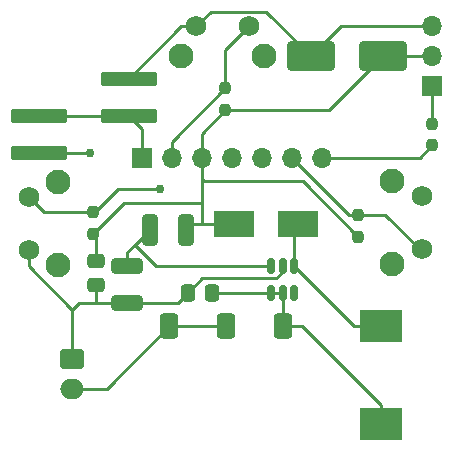
<source format=gbr>
%TF.GenerationSoftware,KiCad,Pcbnew,(6.0.0)*%
%TF.CreationDate,2022-01-15T14:34:17+01:00*%
%TF.ProjectId,bike_pixel_m,62696b65-5f70-4697-9865-6c5f6d2e6b69,v0.5*%
%TF.SameCoordinates,Original*%
%TF.FileFunction,Copper,L1,Top*%
%TF.FilePolarity,Positive*%
%FSLAX46Y46*%
G04 Gerber Fmt 4.6, Leading zero omitted, Abs format (unit mm)*
G04 Created by KiCad (PCBNEW (6.0.0)) date 2022-01-15 14:34:17*
%MOMM*%
%LPD*%
G01*
G04 APERTURE LIST*
G04 Aperture macros list*
%AMRoundRect*
0 Rectangle with rounded corners*
0 $1 Rounding radius*
0 $2 $3 $4 $5 $6 $7 $8 $9 X,Y pos of 4 corners*
0 Add a 4 corners polygon primitive as box body*
4,1,4,$2,$3,$4,$5,$6,$7,$8,$9,$2,$3,0*
0 Add four circle primitives for the rounded corners*
1,1,$1+$1,$2,$3*
1,1,$1+$1,$4,$5*
1,1,$1+$1,$6,$7*
1,1,$1+$1,$8,$9*
0 Add four rect primitives between the rounded corners*
20,1,$1+$1,$2,$3,$4,$5,0*
20,1,$1+$1,$4,$5,$6,$7,0*
20,1,$1+$1,$6,$7,$8,$9,0*
20,1,$1+$1,$8,$9,$2,$3,0*%
G04 Aperture macros list end*
%TA.AperFunction,SMDPad,CuDef*%
%ADD10RoundRect,0.250000X-1.750000X-1.000000X1.750000X-1.000000X1.750000X1.000000X-1.750000X1.000000X0*%
%TD*%
%TA.AperFunction,SMDPad,CuDef*%
%ADD11RoundRect,0.237500X0.237500X-0.250000X0.237500X0.250000X-0.237500X0.250000X-0.237500X-0.250000X0*%
%TD*%
%TA.AperFunction,SMDPad,CuDef*%
%ADD12RoundRect,0.250000X0.337500X0.475000X-0.337500X0.475000X-0.337500X-0.475000X0.337500X-0.475000X0*%
%TD*%
%TA.AperFunction,ComponentPad*%
%ADD13R,1.700000X1.700000*%
%TD*%
%TA.AperFunction,ComponentPad*%
%ADD14O,1.700000X1.700000*%
%TD*%
%TA.AperFunction,SMDPad,CuDef*%
%ADD15R,3.500000X2.300000*%
%TD*%
%TA.AperFunction,SMDPad,CuDef*%
%ADD16RoundRect,0.250000X-1.075000X0.400000X-1.075000X-0.400000X1.075000X-0.400000X1.075000X0.400000X0*%
%TD*%
%TA.AperFunction,SMDPad,CuDef*%
%ADD17RoundRect,0.150000X-0.150000X0.512500X-0.150000X-0.512500X0.150000X-0.512500X0.150000X0.512500X0*%
%TD*%
%TA.AperFunction,SMDPad,CuDef*%
%ADD18R,3.600000X2.700000*%
%TD*%
%TA.AperFunction,ComponentPad*%
%ADD19C,2.100000*%
%TD*%
%TA.AperFunction,ComponentPad*%
%ADD20C,1.750000*%
%TD*%
%TA.AperFunction,SMDPad,CuDef*%
%ADD21RoundRect,0.250000X-0.475000X0.337500X-0.475000X-0.337500X0.475000X-0.337500X0.475000X0.337500X0*%
%TD*%
%TA.AperFunction,ComponentPad*%
%ADD22RoundRect,0.400000X-0.400000X-0.700000X0.400000X-0.700000X0.400000X0.700000X-0.400000X0.700000X0*%
%TD*%
%TA.AperFunction,SMDPad,CuDef*%
%ADD23RoundRect,0.250000X2.125000X-0.362500X2.125000X0.362500X-2.125000X0.362500X-2.125000X-0.362500X0*%
%TD*%
%TA.AperFunction,ComponentPad*%
%ADD24RoundRect,0.250000X-0.750000X0.600000X-0.750000X-0.600000X0.750000X-0.600000X0.750000X0.600000X0*%
%TD*%
%TA.AperFunction,ComponentPad*%
%ADD25O,2.000000X1.700000*%
%TD*%
%TA.AperFunction,SMDPad,CuDef*%
%ADD26RoundRect,0.250000X0.400000X1.075000X-0.400000X1.075000X-0.400000X-1.075000X0.400000X-1.075000X0*%
%TD*%
%TA.AperFunction,SMDPad,CuDef*%
%ADD27RoundRect,0.250000X-2.125000X0.362500X-2.125000X-0.362500X2.125000X-0.362500X2.125000X0.362500X0*%
%TD*%
%TA.AperFunction,ViaPad*%
%ADD28C,0.762000*%
%TD*%
%TA.AperFunction,Conductor*%
%ADD29C,0.254000*%
%TD*%
G04 APERTURE END LIST*
D10*
%TO.P,C3,1*%
%TO.N,GND*%
X146717500Y-85350000D03*
%TO.P,C3,2*%
%TO.N,+5V*%
X152817500Y-85350000D03*
%TD*%
D11*
%TO.P,R6,1*%
%TO.N,+5V*%
X128250000Y-100412500D03*
%TO.P,R6,2*%
%TO.N,Net-(J2-Pad4)*%
X128250000Y-98587500D03*
%TD*%
%TO.P,R8,1*%
%TO.N,Net-(J2-Pad7)*%
X157000000Y-92912500D03*
%TO.P,R8,2*%
%TO.N,Net-(J3-Pad1)*%
X157000000Y-91087500D03*
%TD*%
D12*
%TO.P,C1,1*%
%TO.N,Net-(C1-Pad1)*%
X138375300Y-105410000D03*
%TO.P,C1,2*%
%TO.N,GND*%
X136300300Y-105410000D03*
%TD*%
D13*
%TO.P,J3,1,Pin_1*%
%TO.N,Net-(J3-Pad1)*%
X156975000Y-87900000D03*
D14*
%TO.P,J3,2,Pin_2*%
%TO.N,+5V*%
X156975000Y-85360000D03*
%TO.P,J3,3,Pin_3*%
%TO.N,GND*%
X156975000Y-82820000D03*
%TD*%
D15*
%TO.P,D1,1,K*%
%TO.N,+5V*%
X140208000Y-99568000D03*
%TO.P,D1,2,A*%
%TO.N,Net-(D1-Pad2)*%
X145608000Y-99568000D03*
%TD*%
D16*
%TO.P,R2,1*%
%TO.N,Net-(R1-Pad2)*%
X131200000Y-103150000D03*
%TO.P,R2,2*%
%TO.N,GND*%
X131200000Y-106250000D03*
%TD*%
D17*
%TO.P,U1,1,SW*%
%TO.N,Net-(D1-Pad2)*%
X145298200Y-103154900D03*
%TO.P,U1,2,GND*%
%TO.N,GND*%
X144348200Y-103154900D03*
%TO.P,U1,3,FB*%
%TO.N,Net-(R1-Pad2)*%
X143398200Y-103154900D03*
%TO.P,U1,4,EN*%
%TO.N,Net-(C1-Pad1)*%
X143398200Y-105429900D03*
%TO.P,U1,5,IN*%
X144348200Y-105429900D03*
%TO.P,U1,6,NC*%
%TO.N,unconnected-(U1-Pad6)*%
X145298200Y-105429900D03*
%TD*%
D18*
%TO.P,L1,1,1*%
%TO.N,Net-(C1-Pad1)*%
X152654000Y-116545000D03*
%TO.P,L1,2,2*%
%TO.N,Net-(D1-Pad2)*%
X152654000Y-108245000D03*
%TD*%
D19*
%TO.P,SW2,*%
%TO.N,*%
X135750000Y-85352500D03*
X142760000Y-85352500D03*
D20*
%TO.P,SW2,1,1*%
%TO.N,GND*%
X137000000Y-82862500D03*
%TO.P,SW2,2,2*%
%TO.N,Net-(J2-Pad2)*%
X141500000Y-82862500D03*
%TD*%
D21*
%TO.P,C2,1*%
%TO.N,+5V*%
X128500000Y-102712500D03*
%TO.P,C2,2*%
%TO.N,GND*%
X128500000Y-104787500D03*
%TD*%
D22*
%TO.P,SW1,1,A*%
%TO.N,Net-(J1-Pad2)*%
X134750000Y-108220000D03*
%TO.P,SW1,2,B*%
X139550000Y-108220000D03*
%TO.P,SW1,3,C*%
%TO.N,Net-(C1-Pad1)*%
X144350000Y-108220000D03*
%TD*%
D19*
%TO.P,SW3,*%
%TO.N,*%
X125340000Y-96015000D03*
X125340000Y-103025000D03*
D20*
%TO.P,SW3,1,1*%
%TO.N,GND*%
X122850000Y-101775000D03*
%TO.P,SW3,2,2*%
%TO.N,Net-(J2-Pad4)*%
X122850000Y-97275000D03*
%TD*%
D23*
%TO.P,R3,1*%
%TO.N,Net-(C1-Pad1)*%
X123700000Y-93562500D03*
%TO.P,R3,2*%
%TO.N,Net-(J2-Pad1)*%
X123700000Y-90437500D03*
%TD*%
D24*
%TO.P,J1,1,Pin_1*%
%TO.N,GND*%
X126525000Y-111018000D03*
D25*
%TO.P,J1,2,Pin_2*%
%TO.N,Net-(J1-Pad2)*%
X126525000Y-113518000D03*
%TD*%
D11*
%TO.P,R7,1*%
%TO.N,+5V*%
X150750000Y-100662500D03*
%TO.P,R7,2*%
%TO.N,Net-(J2-Pad6)*%
X150750000Y-98837500D03*
%TD*%
D13*
%TO.P,J2,1,Pin_1*%
%TO.N,Net-(J2-Pad1)*%
X132400000Y-93975000D03*
D14*
%TO.P,J2,2,Pin_2*%
%TO.N,Net-(J2-Pad2)*%
X134940000Y-93975000D03*
%TO.P,J2,3,Pin_3*%
%TO.N,+5V*%
X137480000Y-93975000D03*
%TO.P,J2,4,Pin_4*%
%TO.N,Net-(J2-Pad4)*%
X140020000Y-93975000D03*
%TO.P,J2,5,Pin_5*%
%TO.N,GND*%
X142560000Y-93975000D03*
%TO.P,J2,6,Pin_6*%
%TO.N,Net-(J2-Pad6)*%
X145100000Y-93975000D03*
%TO.P,J2,7,Pin_7*%
%TO.N,Net-(J2-Pad7)*%
X147640000Y-93975000D03*
%TD*%
D26*
%TO.P,R1,1*%
%TO.N,+5V*%
X136196000Y-100076000D03*
%TO.P,R1,2*%
%TO.N,Net-(R1-Pad2)*%
X133096000Y-100076000D03*
%TD*%
D11*
%TO.P,R5,1*%
%TO.N,+5V*%
X139500000Y-89912500D03*
%TO.P,R5,2*%
%TO.N,Net-(J2-Pad2)*%
X139500000Y-88087500D03*
%TD*%
D27*
%TO.P,R4,1*%
%TO.N,GND*%
X131350000Y-87350000D03*
%TO.P,R4,2*%
%TO.N,Net-(J2-Pad1)*%
X131350000Y-90475000D03*
%TD*%
D19*
%TO.P,SW4,*%
%TO.N,*%
X153610000Y-102985000D03*
X153610000Y-95975000D03*
D20*
%TO.P,SW4,1,1*%
%TO.N,GND*%
X156100000Y-97225000D03*
%TO.P,SW4,2,2*%
%TO.N,Net-(J2-Pad6)*%
X156100000Y-101725000D03*
%TD*%
D28*
%TO.N,Net-(C1-Pad1)*%
X128000000Y-93550000D03*
%TO.N,Net-(J2-Pad4)*%
X134000000Y-96650000D03*
%TD*%
D29*
%TO.N,Net-(C1-Pad1)*%
X138395200Y-105429900D02*
X138375300Y-105410000D01*
X144350000Y-105431700D02*
X144348200Y-105429900D01*
X128000000Y-93550000D02*
X123712500Y-93550000D01*
X152654000Y-116545000D02*
X152654000Y-114904000D01*
X123712500Y-93550000D02*
X123700000Y-93562500D01*
X144350000Y-108220000D02*
X144350000Y-105431700D01*
X143398200Y-105429900D02*
X138395200Y-105429900D01*
X152654000Y-114904000D02*
X145970000Y-108220000D01*
X145970000Y-108220000D02*
X144350000Y-108220000D01*
X144348200Y-105429900D02*
X143398200Y-105429900D01*
%TO.N,GND*%
X131350000Y-87275064D02*
X131350000Y-87350000D01*
X142974489Y-81606989D02*
X138255511Y-81606989D01*
X126525000Y-106837436D02*
X122850000Y-103162436D01*
X149247500Y-82820000D02*
X146717500Y-85350000D01*
X135460300Y-106250000D02*
X136300300Y-105410000D01*
X126525000Y-111018000D02*
X126525000Y-106837436D01*
X144348200Y-103154900D02*
X144348200Y-103617668D01*
X128500000Y-106196000D02*
X128500000Y-104537500D01*
X137512380Y-104197920D02*
X136300300Y-105410000D01*
X138255511Y-81606989D02*
X137000000Y-82862500D01*
X127112436Y-106250000D02*
X126525000Y-106837436D01*
X131200000Y-106250000D02*
X127112436Y-106250000D01*
X143767948Y-104197920D02*
X137512380Y-104197920D01*
X156975000Y-82820000D02*
X149320000Y-82820000D01*
X135762564Y-82862500D02*
X131350000Y-87275064D01*
X146717500Y-85350000D02*
X142974489Y-81606989D01*
X137000000Y-82862500D02*
X135762564Y-82862500D01*
X122850000Y-103162436D02*
X122850000Y-101775000D01*
X131200000Y-106250000D02*
X135460300Y-106250000D01*
X144348200Y-103617668D02*
X143767948Y-104197920D01*
%TO.N,+5V*%
X152817500Y-85350000D02*
X148255000Y-89912500D01*
X130882500Y-97780000D02*
X137480000Y-97780000D01*
X128250000Y-100412500D02*
X130882500Y-97780000D01*
X146037500Y-95950000D02*
X137660000Y-95950000D01*
X137480000Y-93975000D02*
X137480000Y-91932500D01*
X137660000Y-95950000D02*
X137480000Y-95770000D01*
X137480000Y-91932500D02*
X139500000Y-89912500D01*
X137480000Y-99520000D02*
X137432000Y-99568000D01*
X137480000Y-93975000D02*
X137480000Y-95920000D01*
X150750000Y-100662500D02*
X146037500Y-95950000D01*
X148255000Y-89912500D02*
X139500000Y-89912500D01*
X137432000Y-99568000D02*
X136704000Y-99568000D01*
X128500000Y-102712500D02*
X128500000Y-100662500D01*
X137480000Y-95770000D02*
X137480000Y-95920000D01*
X128500000Y-100662500D02*
X128250000Y-100412500D01*
X156975000Y-85360000D02*
X152827500Y-85360000D01*
X136704000Y-99568000D02*
X136196000Y-100076000D01*
X140208000Y-99568000D02*
X137432000Y-99568000D01*
X152827500Y-85360000D02*
X152817500Y-85350000D01*
X137480000Y-97780000D02*
X137480000Y-99520000D01*
X137480000Y-96930000D02*
X137480000Y-97780000D01*
X137480000Y-96930000D02*
X137480000Y-95920000D01*
%TO.N,Net-(D1-Pad2)*%
X152654000Y-108245000D02*
X150388300Y-108245000D01*
X145298200Y-103154900D02*
X145298200Y-99877800D01*
X150388300Y-108245000D02*
X145298200Y-103154900D01*
X145298200Y-99877800D02*
X145608000Y-99568000D01*
%TO.N,Net-(J1-Pad2)*%
X126525000Y-113518000D02*
X129452000Y-113518000D01*
X134750000Y-108220000D02*
X139550000Y-108220000D01*
X129452000Y-113518000D02*
X134750000Y-108220000D01*
%TO.N,Net-(J2-Pad1)*%
X132400000Y-91525000D02*
X132400000Y-93975000D01*
X123737500Y-90475000D02*
X123700000Y-90437500D01*
X131350000Y-90475000D02*
X123737500Y-90475000D01*
X131350000Y-90475000D02*
X132400000Y-91525000D01*
%TO.N,Net-(J2-Pad2)*%
X141500000Y-82862500D02*
X139500000Y-84862500D01*
X134940000Y-92647500D02*
X134940000Y-93975000D01*
X139500000Y-84862500D02*
X139500000Y-88087500D01*
X139500000Y-88087500D02*
X134940000Y-92647500D01*
%TO.N,Net-(J2-Pad4)*%
X128250000Y-98587500D02*
X124162500Y-98587500D01*
X128250000Y-98587500D02*
X128450000Y-98587500D01*
X124162500Y-98587500D02*
X122850000Y-97275000D01*
X130387500Y-96650000D02*
X134000000Y-96650000D01*
X128450000Y-98587500D02*
X130387500Y-96650000D01*
%TO.N,Net-(J2-Pad6)*%
X149962500Y-98837500D02*
X145100000Y-93975000D01*
X150750000Y-98837500D02*
X149962500Y-98837500D01*
X153037500Y-98837500D02*
X156100000Y-101900000D01*
X150750000Y-98837500D02*
X153037500Y-98837500D01*
%TO.N,Net-(J2-Pad7)*%
X155937500Y-93975000D02*
X157000000Y-92912500D01*
X147640000Y-93975000D02*
X155937500Y-93975000D01*
%TO.N,Net-(J3-Pad1)*%
X156975000Y-91062500D02*
X157000000Y-91087500D01*
X156975000Y-87900000D02*
X156975000Y-91062500D01*
%TO.N,Net-(R1-Pad2)*%
X131838700Y-101333300D02*
X131200000Y-101972000D01*
X133660300Y-103154900D02*
X131838700Y-101333300D01*
X131200000Y-101972000D02*
X131200000Y-103150000D01*
X143398200Y-103154900D02*
X133660300Y-103154900D01*
X133096000Y-100076000D02*
X131838700Y-101333300D01*
%TD*%
M02*

</source>
